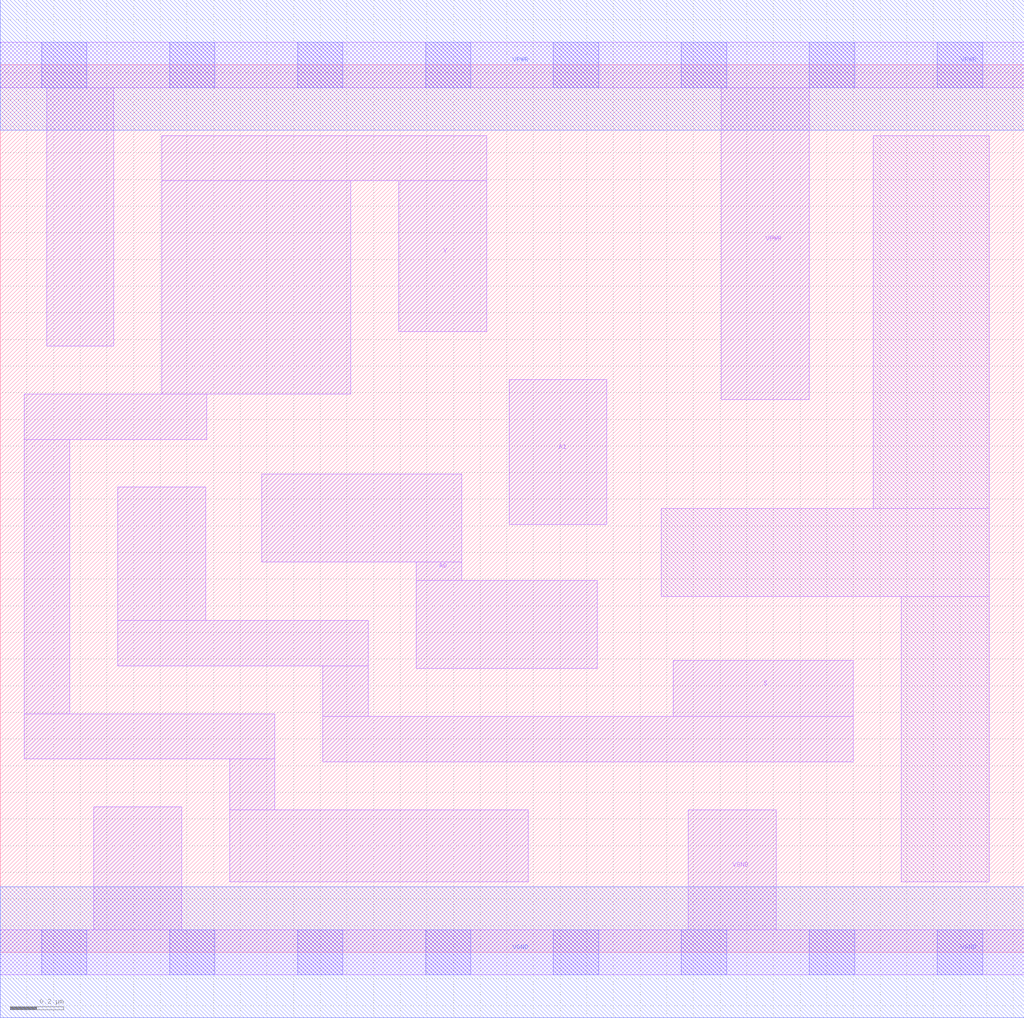
<source format=lef>
# Copyright 2020 The SkyWater PDK Authors
#
# Licensed under the Apache License, Version 2.0 (the "License");
# you may not use this file except in compliance with the License.
# You may obtain a copy of the License at
#
#     https://www.apache.org/licenses/LICENSE-2.0
#
# Unless required by applicable law or agreed to in writing, software
# distributed under the License is distributed on an "AS IS" BASIS,
# WITHOUT WARRANTIES OR CONDITIONS OF ANY KIND, either express or implied.
# See the License for the specific language governing permissions and
# limitations under the License.
#
# SPDX-License-Identifier: Apache-2.0

VERSION 5.7 ;
  NAMESCASESENSITIVE ON ;
  NOWIREEXTENSIONATPIN ON ;
  DIVIDERCHAR "/" ;
  BUSBITCHARS "[]" ;
UNITS
  DATABASE MICRONS 200 ;
END UNITS
MACRO sky130_fd_sc_lp__mux2i_lp2
  CLASS CORE ;
  SOURCE USER ;
  FOREIGN sky130_fd_sc_lp__mux2i_lp2 ;
  ORIGIN  0.000000  0.000000 ;
  SIZE  3.840000 BY  3.330000 ;
  SYMMETRY X Y R90 ;
  SITE unit ;
  PIN A0
    ANTENNAGATEAREA  0.313000 ;
    DIRECTION INPUT ;
    USE SIGNAL ;
    PORT
      LAYER li1 ;
        RECT 0.980000 1.465000 1.730000 1.795000 ;
        RECT 1.560000 1.065000 2.240000 1.395000 ;
        RECT 1.560000 1.395000 1.730000 1.465000 ;
    END
  END A0
  PIN A1
    ANTENNAGATEAREA  0.313000 ;
    DIRECTION INPUT ;
    USE SIGNAL ;
    PORT
      LAYER li1 ;
        RECT 1.910000 1.605000 2.275000 2.150000 ;
    END
  END A1
  PIN S
    ANTENNAGATEAREA  0.689000 ;
    DIRECTION INPUT ;
    USE SIGNAL ;
    PORT
      LAYER li1 ;
        RECT 0.440000 1.075000 1.380000 1.245000 ;
        RECT 0.440000 1.245000 0.770000 1.745000 ;
        RECT 1.210000 0.715000 3.200000 0.885000 ;
        RECT 1.210000 0.885000 1.380000 1.075000 ;
        RECT 2.525000 0.885000 3.200000 1.095000 ;
    END
  END S
  PIN Y
    ANTENNADIFFAREA  0.691800 ;
    DIRECTION OUTPUT ;
    USE SIGNAL ;
    PORT
      LAYER li1 ;
        RECT 0.090000 0.725000 1.030000 0.895000 ;
        RECT 0.090000 0.895000 0.260000 1.925000 ;
        RECT 0.090000 1.925000 0.775000 2.095000 ;
        RECT 0.605000 2.095000 1.315000 2.895000 ;
        RECT 0.605000 2.895000 1.825000 3.065000 ;
        RECT 0.860000 0.265000 1.980000 0.535000 ;
        RECT 0.860000 0.535000 1.030000 0.725000 ;
        RECT 1.495000 2.330000 1.825000 2.895000 ;
    END
  END Y
  PIN VGND
    DIRECTION INOUT ;
    USE GROUND ;
    PORT
      LAYER li1 ;
        RECT 0.000000 -0.085000 3.840000 0.085000 ;
        RECT 0.350000  0.085000 0.680000 0.545000 ;
        RECT 2.580000  0.085000 2.910000 0.535000 ;
      LAYER mcon ;
        RECT 0.155000 -0.085000 0.325000 0.085000 ;
        RECT 0.635000 -0.085000 0.805000 0.085000 ;
        RECT 1.115000 -0.085000 1.285000 0.085000 ;
        RECT 1.595000 -0.085000 1.765000 0.085000 ;
        RECT 2.075000 -0.085000 2.245000 0.085000 ;
        RECT 2.555000 -0.085000 2.725000 0.085000 ;
        RECT 3.035000 -0.085000 3.205000 0.085000 ;
        RECT 3.515000 -0.085000 3.685000 0.085000 ;
      LAYER met1 ;
        RECT 0.000000 -0.245000 3.840000 0.245000 ;
    END
  END VGND
  PIN VPWR
    DIRECTION INOUT ;
    USE POWER ;
    PORT
      LAYER li1 ;
        RECT 0.000000 3.245000 3.840000 3.415000 ;
        RECT 0.175000 2.275000 0.425000 3.245000 ;
        RECT 2.705000 2.075000 3.035000 3.245000 ;
      LAYER mcon ;
        RECT 0.155000 3.245000 0.325000 3.415000 ;
        RECT 0.635000 3.245000 0.805000 3.415000 ;
        RECT 1.115000 3.245000 1.285000 3.415000 ;
        RECT 1.595000 3.245000 1.765000 3.415000 ;
        RECT 2.075000 3.245000 2.245000 3.415000 ;
        RECT 2.555000 3.245000 2.725000 3.415000 ;
        RECT 3.035000 3.245000 3.205000 3.415000 ;
        RECT 3.515000 3.245000 3.685000 3.415000 ;
      LAYER met1 ;
        RECT 0.000000 3.085000 3.840000 3.575000 ;
    END
  END VPWR
  OBS
    LAYER li1 ;
      RECT 2.480000 1.335000 3.710000 1.665000 ;
      RECT 3.275000 1.665000 3.710000 3.065000 ;
      RECT 3.380000 0.265000 3.710000 1.335000 ;
  END
END sky130_fd_sc_lp__mux2i_lp2

</source>
